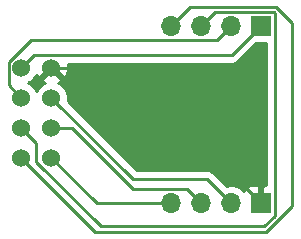
<source format=gbr>
%TF.GenerationSoftware,KiCad,Pcbnew,5.1.6-c6e7f7d~87~ubuntu20.04.1*%
%TF.CreationDate,2020-10-09T15:59:18-05:00*%
%TF.ProjectId,ESP8266-breakout-board,45535038-3236-4362-9d62-7265616b6f75,1.0*%
%TF.SameCoordinates,Original*%
%TF.FileFunction,Copper,L2,Bot*%
%TF.FilePolarity,Positive*%
%FSLAX46Y46*%
G04 Gerber Fmt 4.6, Leading zero omitted, Abs format (unit mm)*
G04 Created by KiCad (PCBNEW 5.1.6-c6e7f7d~87~ubuntu20.04.1) date 2020-10-09 15:59:18*
%MOMM*%
%LPD*%
G01*
G04 APERTURE LIST*
%TA.AperFunction,ComponentPad*%
%ADD10O,1.700000X1.700000*%
%TD*%
%TA.AperFunction,ComponentPad*%
%ADD11R,1.700000X1.700000*%
%TD*%
%TA.AperFunction,ComponentPad*%
%ADD12C,1.524000*%
%TD*%
%TA.AperFunction,Conductor*%
%ADD13C,0.250000*%
%TD*%
%TA.AperFunction,Conductor*%
%ADD14C,0.254000*%
%TD*%
G04 APERTURE END LIST*
D10*
%TO.P,J1,4*%
%TO.N,/Vcc*%
X87380000Y-155000000D03*
%TO.P,J1,3*%
%TO.N,/RESET*%
X89920000Y-155000000D03*
%TO.P,J1,2*%
%TO.N,/CH_PD*%
X92460000Y-155000000D03*
D11*
%TO.P,J1,1*%
%TO.N,/TXD*%
X95000000Y-155000000D03*
%TD*%
%TO.P,J3,1*%
%TO.N,/GND*%
X95000000Y-170000000D03*
D10*
%TO.P,J3,2*%
%TO.N,/GPIO2*%
X92460000Y-170000000D03*
%TO.P,J3,3*%
%TO.N,/GPIO0*%
X89920000Y-170000000D03*
%TO.P,J3,4*%
%TO.N,/RXD*%
X87380000Y-170000000D03*
%TD*%
D12*
%TO.P,U1,1*%
%TO.N,/GND*%
X77270000Y-158567000D03*
%TO.P,U1,2*%
%TO.N,/GPIO2*%
X77270000Y-161107000D03*
%TO.P,U1,3*%
%TO.N,/GPIO0*%
X77270000Y-163647000D03*
%TO.P,U1,4*%
%TO.N,/RXD*%
X77270000Y-166187000D03*
%TO.P,U1,5*%
%TO.N,/TXD*%
X74730000Y-158567000D03*
%TO.P,U1,6*%
%TO.N,/CH_PD*%
X74730000Y-161107000D03*
%TO.P,U1,7*%
%TO.N,/RESET*%
X74730000Y-163647000D03*
%TO.P,U1,8*%
%TO.N,/Vcc*%
X74730000Y-166187000D03*
%TD*%
D13*
%TO.N,/Vcc*%
X96296402Y-153374990D02*
X89005010Y-153374990D01*
X97649990Y-154728578D02*
X96296402Y-153374990D01*
X97649990Y-170271422D02*
X97649990Y-154728578D01*
X95471403Y-172450009D02*
X97649990Y-170271422D01*
X89005010Y-153374990D02*
X87380000Y-155000000D01*
X80993009Y-172450009D02*
X95471403Y-172450009D01*
X74730000Y-166187000D02*
X80993009Y-172450009D01*
%TO.N,/RESET*%
X76000000Y-166525762D02*
X76000000Y-164917000D01*
X81474238Y-172000000D02*
X76000000Y-166525762D01*
X95285002Y-172000000D02*
X81474238Y-172000000D01*
X96175001Y-171110001D02*
X95285002Y-172000000D01*
X96175001Y-153889999D02*
X96175001Y-171110001D01*
X96110001Y-153824999D02*
X96175001Y-153889999D01*
X76000000Y-164917000D02*
X74730000Y-163647000D01*
X91095001Y-153824999D02*
X96110001Y-153824999D01*
X89920000Y-155000000D02*
X91095001Y-153824999D01*
%TO.N,/CH_PD*%
X73642999Y-160019999D02*
X74730000Y-161107000D01*
X75513237Y-156175001D02*
X73642999Y-158045239D01*
X91284999Y-156175001D02*
X75513237Y-156175001D01*
X73642999Y-158045239D02*
X73642999Y-160019999D01*
X92460000Y-155000000D02*
X91284999Y-156175001D01*
%TO.N,/TXD*%
X92520001Y-157479999D02*
X95000000Y-155000000D01*
X75817001Y-157479999D02*
X92520001Y-157479999D01*
X74730000Y-158567000D02*
X75817001Y-157479999D01*
%TO.N,/GND*%
X83567000Y-158567000D02*
X77270000Y-158567000D01*
X95000000Y-170000000D02*
X83567000Y-158567000D01*
%TO.N,/GPIO2*%
X92460000Y-170000000D02*
X90460000Y-168000000D01*
X84163000Y-168000000D02*
X77270000Y-161107000D01*
X90460000Y-168000000D02*
X84163000Y-168000000D01*
%TO.N,/GPIO0*%
X88744999Y-168824999D02*
X84175001Y-168824999D01*
X89920000Y-170000000D02*
X88744999Y-168824999D01*
X78997002Y-163647000D02*
X77270000Y-163647000D01*
X84175001Y-168824999D02*
X78997002Y-163647000D01*
%TO.N,/RXD*%
X81083000Y-170000000D02*
X77270000Y-166187000D01*
X87380000Y-170000000D02*
X81083000Y-170000000D01*
%TD*%
D14*
%TO.N,/GND*%
G36*
X95415002Y-168514296D02*
G01*
X95285750Y-168515000D01*
X95127000Y-168673750D01*
X95127000Y-169873000D01*
X95147000Y-169873000D01*
X95147000Y-170127000D01*
X95127000Y-170127000D01*
X95127000Y-170147000D01*
X94873000Y-170147000D01*
X94873000Y-170127000D01*
X94853000Y-170127000D01*
X94853000Y-169873000D01*
X94873000Y-169873000D01*
X94873000Y-168673750D01*
X94714250Y-168515000D01*
X94150000Y-168511928D01*
X94025518Y-168524188D01*
X93905820Y-168560498D01*
X93795506Y-168619463D01*
X93698815Y-168698815D01*
X93619463Y-168795506D01*
X93560498Y-168905820D01*
X93538487Y-168978380D01*
X93406632Y-168846525D01*
X93163411Y-168684010D01*
X92893158Y-168572068D01*
X92606260Y-168515000D01*
X92313740Y-168515000D01*
X92093592Y-168558790D01*
X91023804Y-167489003D01*
X91000001Y-167459999D01*
X90884276Y-167365026D01*
X90752247Y-167294454D01*
X90608986Y-167250997D01*
X90497333Y-167240000D01*
X90497322Y-167240000D01*
X90460000Y-167236324D01*
X90422678Y-167240000D01*
X84477802Y-167240000D01*
X78636372Y-161398571D01*
X78667000Y-161244592D01*
X78667000Y-160969408D01*
X78613314Y-160699510D01*
X78508005Y-160445273D01*
X78355120Y-160216465D01*
X78160535Y-160021880D01*
X77931727Y-159868995D01*
X77860057Y-159839308D01*
X77873023Y-159834636D01*
X77988980Y-159772656D01*
X78055960Y-159532565D01*
X77270000Y-158746605D01*
X76484040Y-159532565D01*
X76551020Y-159772656D01*
X76686760Y-159836485D01*
X76608273Y-159868995D01*
X76379465Y-160021880D01*
X76184880Y-160216465D01*
X76031995Y-160445273D01*
X76000000Y-160522515D01*
X75968005Y-160445273D01*
X75815120Y-160216465D01*
X75620535Y-160021880D01*
X75391727Y-159868995D01*
X75314485Y-159837000D01*
X75391727Y-159805005D01*
X75620535Y-159652120D01*
X75815120Y-159457535D01*
X75968005Y-159228727D01*
X75997692Y-159157057D01*
X76002364Y-159170023D01*
X76064344Y-159285980D01*
X76304435Y-159352960D01*
X77090395Y-158567000D01*
X77076253Y-158552858D01*
X77255858Y-158373253D01*
X77270000Y-158387395D01*
X77284143Y-158373253D01*
X77463748Y-158552858D01*
X77449605Y-158567000D01*
X78235565Y-159352960D01*
X78475656Y-159285980D01*
X78592756Y-159036952D01*
X78659023Y-158769865D01*
X78671910Y-158494983D01*
X78633503Y-158239999D01*
X92482679Y-158239999D01*
X92520001Y-158243675D01*
X92557323Y-158239999D01*
X92557334Y-158239999D01*
X92668987Y-158229002D01*
X92812248Y-158185545D01*
X92944277Y-158114973D01*
X93060002Y-158020000D01*
X93083805Y-157990996D01*
X94586730Y-156488072D01*
X95415001Y-156488072D01*
X95415002Y-168514296D01*
G37*
X95415002Y-168514296D02*
X95285750Y-168515000D01*
X95127000Y-168673750D01*
X95127000Y-169873000D01*
X95147000Y-169873000D01*
X95147000Y-170127000D01*
X95127000Y-170127000D01*
X95127000Y-170147000D01*
X94873000Y-170147000D01*
X94873000Y-170127000D01*
X94853000Y-170127000D01*
X94853000Y-169873000D01*
X94873000Y-169873000D01*
X94873000Y-168673750D01*
X94714250Y-168515000D01*
X94150000Y-168511928D01*
X94025518Y-168524188D01*
X93905820Y-168560498D01*
X93795506Y-168619463D01*
X93698815Y-168698815D01*
X93619463Y-168795506D01*
X93560498Y-168905820D01*
X93538487Y-168978380D01*
X93406632Y-168846525D01*
X93163411Y-168684010D01*
X92893158Y-168572068D01*
X92606260Y-168515000D01*
X92313740Y-168515000D01*
X92093592Y-168558790D01*
X91023804Y-167489003D01*
X91000001Y-167459999D01*
X90884276Y-167365026D01*
X90752247Y-167294454D01*
X90608986Y-167250997D01*
X90497333Y-167240000D01*
X90497322Y-167240000D01*
X90460000Y-167236324D01*
X90422678Y-167240000D01*
X84477802Y-167240000D01*
X78636372Y-161398571D01*
X78667000Y-161244592D01*
X78667000Y-160969408D01*
X78613314Y-160699510D01*
X78508005Y-160445273D01*
X78355120Y-160216465D01*
X78160535Y-160021880D01*
X77931727Y-159868995D01*
X77860057Y-159839308D01*
X77873023Y-159834636D01*
X77988980Y-159772656D01*
X78055960Y-159532565D01*
X77270000Y-158746605D01*
X76484040Y-159532565D01*
X76551020Y-159772656D01*
X76686760Y-159836485D01*
X76608273Y-159868995D01*
X76379465Y-160021880D01*
X76184880Y-160216465D01*
X76031995Y-160445273D01*
X76000000Y-160522515D01*
X75968005Y-160445273D01*
X75815120Y-160216465D01*
X75620535Y-160021880D01*
X75391727Y-159868995D01*
X75314485Y-159837000D01*
X75391727Y-159805005D01*
X75620535Y-159652120D01*
X75815120Y-159457535D01*
X75968005Y-159228727D01*
X75997692Y-159157057D01*
X76002364Y-159170023D01*
X76064344Y-159285980D01*
X76304435Y-159352960D01*
X77090395Y-158567000D01*
X77076253Y-158552858D01*
X77255858Y-158373253D01*
X77270000Y-158387395D01*
X77284143Y-158373253D01*
X77463748Y-158552858D01*
X77449605Y-158567000D01*
X78235565Y-159352960D01*
X78475656Y-159285980D01*
X78592756Y-159036952D01*
X78659023Y-158769865D01*
X78671910Y-158494983D01*
X78633503Y-158239999D01*
X92482679Y-158239999D01*
X92520001Y-158243675D01*
X92557323Y-158239999D01*
X92557334Y-158239999D01*
X92668987Y-158229002D01*
X92812248Y-158185545D01*
X92944277Y-158114973D01*
X93060002Y-158020000D01*
X93083805Y-157990996D01*
X94586730Y-156488072D01*
X95415001Y-156488072D01*
X95415002Y-168514296D01*
%TD*%
M02*

</source>
